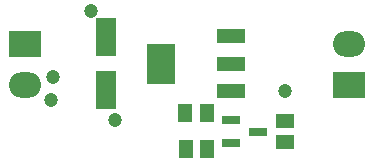
<source format=gts>
G04 DipTrace 2.4.0.2*
%INLaserPower_v_1.0.GTS*%
%MOMM*%
%ADD31C,1.2*%
%ADD33R,1.6X1.3*%
%ADD35R,1.3X1.6*%
%ADD37R,1.8X3.2*%
%ADD39R,2.4X1.2*%
%ADD41R,2.4X3.5*%
%ADD45O,2.7X2.2*%
%ADD47R,2.7X2.2*%
%ADD49R,1.5X0.8*%
%FSLAX53Y53*%
G04*
G71*
G90*
G75*
G01*
%LNTopMask*%
%LPD*%
D31*
X25800Y7700D3*
X9411Y14500D3*
X11450Y5250D3*
X6200Y8900D3*
X6000Y7000D3*
D49*
X21250Y5250D3*
Y3350D3*
X23550Y4300D3*
D47*
X3800Y11750D3*
D45*
Y8250D3*
D37*
X10700Y12300D3*
Y7800D3*
D35*
X17400Y5900D3*
X19200D3*
D33*
X25800Y5200D3*
Y3400D3*
D35*
X19250Y2850D3*
X17450D3*
D41*
X15350Y10050D3*
D39*
X21250Y7750D3*
Y10050D3*
Y12350D3*
D47*
X31250Y8250D3*
D45*
Y11750D3*
M02*

</source>
